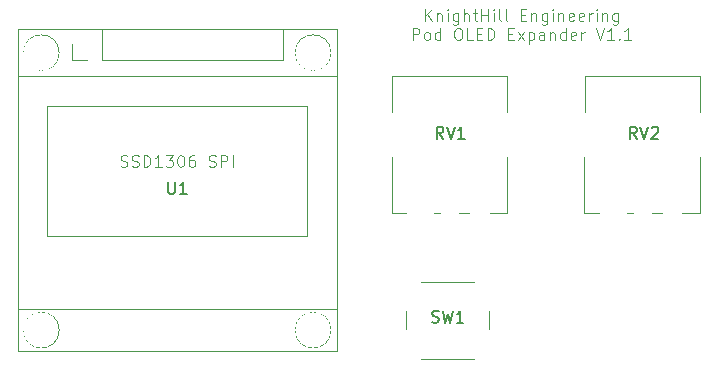
<source format=gto>
G04 #@! TF.GenerationSoftware,KiCad,Pcbnew,7.0.10*
G04 #@! TF.CreationDate,2024-01-29T09:48:01-06:00*
G04 #@! TF.ProjectId,oled_expander,6f6c6564-5f65-4787-9061-6e6465722e6b,1.1*
G04 #@! TF.SameCoordinates,Original*
G04 #@! TF.FileFunction,Legend,Top*
G04 #@! TF.FilePolarity,Positive*
%FSLAX46Y46*%
G04 Gerber Fmt 4.6, Leading zero omitted, Abs format (unit mm)*
G04 Created by KiCad (PCBNEW 7.0.10) date 2024-01-29 09:48:01*
%MOMM*%
%LPD*%
G01*
G04 APERTURE LIST*
%ADD10C,0.100000*%
%ADD11C,0.150000*%
%ADD12C,0.120000*%
%ADD13C,2.000000*%
%ADD14C,2.200000*%
%ADD15O,2.720000X3.580000*%
%ADD16O,2.696000X3.580000*%
%ADD17R,1.800000X1.800000*%
%ADD18C,1.800000*%
%ADD19C,3.000000*%
%ADD20R,1.700000X1.700000*%
%ADD21O,1.700000X1.700000*%
G04 APERTURE END LIST*
D10*
X63799158Y-65017693D02*
X63942015Y-65065312D01*
X63942015Y-65065312D02*
X64180110Y-65065312D01*
X64180110Y-65065312D02*
X64275348Y-65017693D01*
X64275348Y-65017693D02*
X64322967Y-64970073D01*
X64322967Y-64970073D02*
X64370586Y-64874835D01*
X64370586Y-64874835D02*
X64370586Y-64779597D01*
X64370586Y-64779597D02*
X64322967Y-64684359D01*
X64322967Y-64684359D02*
X64275348Y-64636740D01*
X64275348Y-64636740D02*
X64180110Y-64589121D01*
X64180110Y-64589121D02*
X63989634Y-64541502D01*
X63989634Y-64541502D02*
X63894396Y-64493883D01*
X63894396Y-64493883D02*
X63846777Y-64446264D01*
X63846777Y-64446264D02*
X63799158Y-64351026D01*
X63799158Y-64351026D02*
X63799158Y-64255788D01*
X63799158Y-64255788D02*
X63846777Y-64160550D01*
X63846777Y-64160550D02*
X63894396Y-64112931D01*
X63894396Y-64112931D02*
X63989634Y-64065312D01*
X63989634Y-64065312D02*
X64227729Y-64065312D01*
X64227729Y-64065312D02*
X64370586Y-64112931D01*
X64751539Y-65017693D02*
X64894396Y-65065312D01*
X64894396Y-65065312D02*
X65132491Y-65065312D01*
X65132491Y-65065312D02*
X65227729Y-65017693D01*
X65227729Y-65017693D02*
X65275348Y-64970073D01*
X65275348Y-64970073D02*
X65322967Y-64874835D01*
X65322967Y-64874835D02*
X65322967Y-64779597D01*
X65322967Y-64779597D02*
X65275348Y-64684359D01*
X65275348Y-64684359D02*
X65227729Y-64636740D01*
X65227729Y-64636740D02*
X65132491Y-64589121D01*
X65132491Y-64589121D02*
X64942015Y-64541502D01*
X64942015Y-64541502D02*
X64846777Y-64493883D01*
X64846777Y-64493883D02*
X64799158Y-64446264D01*
X64799158Y-64446264D02*
X64751539Y-64351026D01*
X64751539Y-64351026D02*
X64751539Y-64255788D01*
X64751539Y-64255788D02*
X64799158Y-64160550D01*
X64799158Y-64160550D02*
X64846777Y-64112931D01*
X64846777Y-64112931D02*
X64942015Y-64065312D01*
X64942015Y-64065312D02*
X65180110Y-64065312D01*
X65180110Y-64065312D02*
X65322967Y-64112931D01*
X65751539Y-65065312D02*
X65751539Y-64065312D01*
X65751539Y-64065312D02*
X65989634Y-64065312D01*
X65989634Y-64065312D02*
X66132491Y-64112931D01*
X66132491Y-64112931D02*
X66227729Y-64208169D01*
X66227729Y-64208169D02*
X66275348Y-64303407D01*
X66275348Y-64303407D02*
X66322967Y-64493883D01*
X66322967Y-64493883D02*
X66322967Y-64636740D01*
X66322967Y-64636740D02*
X66275348Y-64827216D01*
X66275348Y-64827216D02*
X66227729Y-64922454D01*
X66227729Y-64922454D02*
X66132491Y-65017693D01*
X66132491Y-65017693D02*
X65989634Y-65065312D01*
X65989634Y-65065312D02*
X65751539Y-65065312D01*
X67275348Y-65065312D02*
X66703920Y-65065312D01*
X66989634Y-65065312D02*
X66989634Y-64065312D01*
X66989634Y-64065312D02*
X66894396Y-64208169D01*
X66894396Y-64208169D02*
X66799158Y-64303407D01*
X66799158Y-64303407D02*
X66703920Y-64351026D01*
X67608682Y-64065312D02*
X68227729Y-64065312D01*
X68227729Y-64065312D02*
X67894396Y-64446264D01*
X67894396Y-64446264D02*
X68037253Y-64446264D01*
X68037253Y-64446264D02*
X68132491Y-64493883D01*
X68132491Y-64493883D02*
X68180110Y-64541502D01*
X68180110Y-64541502D02*
X68227729Y-64636740D01*
X68227729Y-64636740D02*
X68227729Y-64874835D01*
X68227729Y-64874835D02*
X68180110Y-64970073D01*
X68180110Y-64970073D02*
X68132491Y-65017693D01*
X68132491Y-65017693D02*
X68037253Y-65065312D01*
X68037253Y-65065312D02*
X67751539Y-65065312D01*
X67751539Y-65065312D02*
X67656301Y-65017693D01*
X67656301Y-65017693D02*
X67608682Y-64970073D01*
X68846777Y-64065312D02*
X68942015Y-64065312D01*
X68942015Y-64065312D02*
X69037253Y-64112931D01*
X69037253Y-64112931D02*
X69084872Y-64160550D01*
X69084872Y-64160550D02*
X69132491Y-64255788D01*
X69132491Y-64255788D02*
X69180110Y-64446264D01*
X69180110Y-64446264D02*
X69180110Y-64684359D01*
X69180110Y-64684359D02*
X69132491Y-64874835D01*
X69132491Y-64874835D02*
X69084872Y-64970073D01*
X69084872Y-64970073D02*
X69037253Y-65017693D01*
X69037253Y-65017693D02*
X68942015Y-65065312D01*
X68942015Y-65065312D02*
X68846777Y-65065312D01*
X68846777Y-65065312D02*
X68751539Y-65017693D01*
X68751539Y-65017693D02*
X68703920Y-64970073D01*
X68703920Y-64970073D02*
X68656301Y-64874835D01*
X68656301Y-64874835D02*
X68608682Y-64684359D01*
X68608682Y-64684359D02*
X68608682Y-64446264D01*
X68608682Y-64446264D02*
X68656301Y-64255788D01*
X68656301Y-64255788D02*
X68703920Y-64160550D01*
X68703920Y-64160550D02*
X68751539Y-64112931D01*
X68751539Y-64112931D02*
X68846777Y-64065312D01*
X70037253Y-64065312D02*
X69846777Y-64065312D01*
X69846777Y-64065312D02*
X69751539Y-64112931D01*
X69751539Y-64112931D02*
X69703920Y-64160550D01*
X69703920Y-64160550D02*
X69608682Y-64303407D01*
X69608682Y-64303407D02*
X69561063Y-64493883D01*
X69561063Y-64493883D02*
X69561063Y-64874835D01*
X69561063Y-64874835D02*
X69608682Y-64970073D01*
X69608682Y-64970073D02*
X69656301Y-65017693D01*
X69656301Y-65017693D02*
X69751539Y-65065312D01*
X69751539Y-65065312D02*
X69942015Y-65065312D01*
X69942015Y-65065312D02*
X70037253Y-65017693D01*
X70037253Y-65017693D02*
X70084872Y-64970073D01*
X70084872Y-64970073D02*
X70132491Y-64874835D01*
X70132491Y-64874835D02*
X70132491Y-64636740D01*
X70132491Y-64636740D02*
X70084872Y-64541502D01*
X70084872Y-64541502D02*
X70037253Y-64493883D01*
X70037253Y-64493883D02*
X69942015Y-64446264D01*
X69942015Y-64446264D02*
X69751539Y-64446264D01*
X69751539Y-64446264D02*
X69656301Y-64493883D01*
X69656301Y-64493883D02*
X69608682Y-64541502D01*
X69608682Y-64541502D02*
X69561063Y-64636740D01*
X71275349Y-65017693D02*
X71418206Y-65065312D01*
X71418206Y-65065312D02*
X71656301Y-65065312D01*
X71656301Y-65065312D02*
X71751539Y-65017693D01*
X71751539Y-65017693D02*
X71799158Y-64970073D01*
X71799158Y-64970073D02*
X71846777Y-64874835D01*
X71846777Y-64874835D02*
X71846777Y-64779597D01*
X71846777Y-64779597D02*
X71799158Y-64684359D01*
X71799158Y-64684359D02*
X71751539Y-64636740D01*
X71751539Y-64636740D02*
X71656301Y-64589121D01*
X71656301Y-64589121D02*
X71465825Y-64541502D01*
X71465825Y-64541502D02*
X71370587Y-64493883D01*
X71370587Y-64493883D02*
X71322968Y-64446264D01*
X71322968Y-64446264D02*
X71275349Y-64351026D01*
X71275349Y-64351026D02*
X71275349Y-64255788D01*
X71275349Y-64255788D02*
X71322968Y-64160550D01*
X71322968Y-64160550D02*
X71370587Y-64112931D01*
X71370587Y-64112931D02*
X71465825Y-64065312D01*
X71465825Y-64065312D02*
X71703920Y-64065312D01*
X71703920Y-64065312D02*
X71846777Y-64112931D01*
X72275349Y-65065312D02*
X72275349Y-64065312D01*
X72275349Y-64065312D02*
X72656301Y-64065312D01*
X72656301Y-64065312D02*
X72751539Y-64112931D01*
X72751539Y-64112931D02*
X72799158Y-64160550D01*
X72799158Y-64160550D02*
X72846777Y-64255788D01*
X72846777Y-64255788D02*
X72846777Y-64398645D01*
X72846777Y-64398645D02*
X72799158Y-64493883D01*
X72799158Y-64493883D02*
X72751539Y-64541502D01*
X72751539Y-64541502D02*
X72656301Y-64589121D01*
X72656301Y-64589121D02*
X72275349Y-64589121D01*
X73275349Y-65065312D02*
X73275349Y-64065312D01*
X89576226Y-52705312D02*
X89576226Y-51705312D01*
X90147654Y-52705312D02*
X89719083Y-52133883D01*
X90147654Y-51705312D02*
X89576226Y-52276740D01*
X90576226Y-52038645D02*
X90576226Y-52705312D01*
X90576226Y-52133883D02*
X90623845Y-52086264D01*
X90623845Y-52086264D02*
X90719083Y-52038645D01*
X90719083Y-52038645D02*
X90861940Y-52038645D01*
X90861940Y-52038645D02*
X90957178Y-52086264D01*
X90957178Y-52086264D02*
X91004797Y-52181502D01*
X91004797Y-52181502D02*
X91004797Y-52705312D01*
X91480988Y-52705312D02*
X91480988Y-52038645D01*
X91480988Y-51705312D02*
X91433369Y-51752931D01*
X91433369Y-51752931D02*
X91480988Y-51800550D01*
X91480988Y-51800550D02*
X91528607Y-51752931D01*
X91528607Y-51752931D02*
X91480988Y-51705312D01*
X91480988Y-51705312D02*
X91480988Y-51800550D01*
X92385749Y-52038645D02*
X92385749Y-52848169D01*
X92385749Y-52848169D02*
X92338130Y-52943407D01*
X92338130Y-52943407D02*
X92290511Y-52991026D01*
X92290511Y-52991026D02*
X92195273Y-53038645D01*
X92195273Y-53038645D02*
X92052416Y-53038645D01*
X92052416Y-53038645D02*
X91957178Y-52991026D01*
X92385749Y-52657693D02*
X92290511Y-52705312D01*
X92290511Y-52705312D02*
X92100035Y-52705312D01*
X92100035Y-52705312D02*
X92004797Y-52657693D01*
X92004797Y-52657693D02*
X91957178Y-52610073D01*
X91957178Y-52610073D02*
X91909559Y-52514835D01*
X91909559Y-52514835D02*
X91909559Y-52229121D01*
X91909559Y-52229121D02*
X91957178Y-52133883D01*
X91957178Y-52133883D02*
X92004797Y-52086264D01*
X92004797Y-52086264D02*
X92100035Y-52038645D01*
X92100035Y-52038645D02*
X92290511Y-52038645D01*
X92290511Y-52038645D02*
X92385749Y-52086264D01*
X92861940Y-52705312D02*
X92861940Y-51705312D01*
X93290511Y-52705312D02*
X93290511Y-52181502D01*
X93290511Y-52181502D02*
X93242892Y-52086264D01*
X93242892Y-52086264D02*
X93147654Y-52038645D01*
X93147654Y-52038645D02*
X93004797Y-52038645D01*
X93004797Y-52038645D02*
X92909559Y-52086264D01*
X92909559Y-52086264D02*
X92861940Y-52133883D01*
X93623845Y-52038645D02*
X94004797Y-52038645D01*
X93766702Y-51705312D02*
X93766702Y-52562454D01*
X93766702Y-52562454D02*
X93814321Y-52657693D01*
X93814321Y-52657693D02*
X93909559Y-52705312D01*
X93909559Y-52705312D02*
X94004797Y-52705312D01*
X94338131Y-52705312D02*
X94338131Y-51705312D01*
X94338131Y-52181502D02*
X94909559Y-52181502D01*
X94909559Y-52705312D02*
X94909559Y-51705312D01*
X95385750Y-52705312D02*
X95385750Y-52038645D01*
X95385750Y-51705312D02*
X95338131Y-51752931D01*
X95338131Y-51752931D02*
X95385750Y-51800550D01*
X95385750Y-51800550D02*
X95433369Y-51752931D01*
X95433369Y-51752931D02*
X95385750Y-51705312D01*
X95385750Y-51705312D02*
X95385750Y-51800550D01*
X96004797Y-52705312D02*
X95909559Y-52657693D01*
X95909559Y-52657693D02*
X95861940Y-52562454D01*
X95861940Y-52562454D02*
X95861940Y-51705312D01*
X96528607Y-52705312D02*
X96433369Y-52657693D01*
X96433369Y-52657693D02*
X96385750Y-52562454D01*
X96385750Y-52562454D02*
X96385750Y-51705312D01*
X97671465Y-52181502D02*
X98004798Y-52181502D01*
X98147655Y-52705312D02*
X97671465Y-52705312D01*
X97671465Y-52705312D02*
X97671465Y-51705312D01*
X97671465Y-51705312D02*
X98147655Y-51705312D01*
X98576227Y-52038645D02*
X98576227Y-52705312D01*
X98576227Y-52133883D02*
X98623846Y-52086264D01*
X98623846Y-52086264D02*
X98719084Y-52038645D01*
X98719084Y-52038645D02*
X98861941Y-52038645D01*
X98861941Y-52038645D02*
X98957179Y-52086264D01*
X98957179Y-52086264D02*
X99004798Y-52181502D01*
X99004798Y-52181502D02*
X99004798Y-52705312D01*
X99909560Y-52038645D02*
X99909560Y-52848169D01*
X99909560Y-52848169D02*
X99861941Y-52943407D01*
X99861941Y-52943407D02*
X99814322Y-52991026D01*
X99814322Y-52991026D02*
X99719084Y-53038645D01*
X99719084Y-53038645D02*
X99576227Y-53038645D01*
X99576227Y-53038645D02*
X99480989Y-52991026D01*
X99909560Y-52657693D02*
X99814322Y-52705312D01*
X99814322Y-52705312D02*
X99623846Y-52705312D01*
X99623846Y-52705312D02*
X99528608Y-52657693D01*
X99528608Y-52657693D02*
X99480989Y-52610073D01*
X99480989Y-52610073D02*
X99433370Y-52514835D01*
X99433370Y-52514835D02*
X99433370Y-52229121D01*
X99433370Y-52229121D02*
X99480989Y-52133883D01*
X99480989Y-52133883D02*
X99528608Y-52086264D01*
X99528608Y-52086264D02*
X99623846Y-52038645D01*
X99623846Y-52038645D02*
X99814322Y-52038645D01*
X99814322Y-52038645D02*
X99909560Y-52086264D01*
X100385751Y-52705312D02*
X100385751Y-52038645D01*
X100385751Y-51705312D02*
X100338132Y-51752931D01*
X100338132Y-51752931D02*
X100385751Y-51800550D01*
X100385751Y-51800550D02*
X100433370Y-51752931D01*
X100433370Y-51752931D02*
X100385751Y-51705312D01*
X100385751Y-51705312D02*
X100385751Y-51800550D01*
X100861941Y-52038645D02*
X100861941Y-52705312D01*
X100861941Y-52133883D02*
X100909560Y-52086264D01*
X100909560Y-52086264D02*
X101004798Y-52038645D01*
X101004798Y-52038645D02*
X101147655Y-52038645D01*
X101147655Y-52038645D02*
X101242893Y-52086264D01*
X101242893Y-52086264D02*
X101290512Y-52181502D01*
X101290512Y-52181502D02*
X101290512Y-52705312D01*
X102147655Y-52657693D02*
X102052417Y-52705312D01*
X102052417Y-52705312D02*
X101861941Y-52705312D01*
X101861941Y-52705312D02*
X101766703Y-52657693D01*
X101766703Y-52657693D02*
X101719084Y-52562454D01*
X101719084Y-52562454D02*
X101719084Y-52181502D01*
X101719084Y-52181502D02*
X101766703Y-52086264D01*
X101766703Y-52086264D02*
X101861941Y-52038645D01*
X101861941Y-52038645D02*
X102052417Y-52038645D01*
X102052417Y-52038645D02*
X102147655Y-52086264D01*
X102147655Y-52086264D02*
X102195274Y-52181502D01*
X102195274Y-52181502D02*
X102195274Y-52276740D01*
X102195274Y-52276740D02*
X101719084Y-52371978D01*
X103004798Y-52657693D02*
X102909560Y-52705312D01*
X102909560Y-52705312D02*
X102719084Y-52705312D01*
X102719084Y-52705312D02*
X102623846Y-52657693D01*
X102623846Y-52657693D02*
X102576227Y-52562454D01*
X102576227Y-52562454D02*
X102576227Y-52181502D01*
X102576227Y-52181502D02*
X102623846Y-52086264D01*
X102623846Y-52086264D02*
X102719084Y-52038645D01*
X102719084Y-52038645D02*
X102909560Y-52038645D01*
X102909560Y-52038645D02*
X103004798Y-52086264D01*
X103004798Y-52086264D02*
X103052417Y-52181502D01*
X103052417Y-52181502D02*
X103052417Y-52276740D01*
X103052417Y-52276740D02*
X102576227Y-52371978D01*
X103480989Y-52705312D02*
X103480989Y-52038645D01*
X103480989Y-52229121D02*
X103528608Y-52133883D01*
X103528608Y-52133883D02*
X103576227Y-52086264D01*
X103576227Y-52086264D02*
X103671465Y-52038645D01*
X103671465Y-52038645D02*
X103766703Y-52038645D01*
X104100037Y-52705312D02*
X104100037Y-52038645D01*
X104100037Y-51705312D02*
X104052418Y-51752931D01*
X104052418Y-51752931D02*
X104100037Y-51800550D01*
X104100037Y-51800550D02*
X104147656Y-51752931D01*
X104147656Y-51752931D02*
X104100037Y-51705312D01*
X104100037Y-51705312D02*
X104100037Y-51800550D01*
X104576227Y-52038645D02*
X104576227Y-52705312D01*
X104576227Y-52133883D02*
X104623846Y-52086264D01*
X104623846Y-52086264D02*
X104719084Y-52038645D01*
X104719084Y-52038645D02*
X104861941Y-52038645D01*
X104861941Y-52038645D02*
X104957179Y-52086264D01*
X104957179Y-52086264D02*
X105004798Y-52181502D01*
X105004798Y-52181502D02*
X105004798Y-52705312D01*
X105909560Y-52038645D02*
X105909560Y-52848169D01*
X105909560Y-52848169D02*
X105861941Y-52943407D01*
X105861941Y-52943407D02*
X105814322Y-52991026D01*
X105814322Y-52991026D02*
X105719084Y-53038645D01*
X105719084Y-53038645D02*
X105576227Y-53038645D01*
X105576227Y-53038645D02*
X105480989Y-52991026D01*
X105909560Y-52657693D02*
X105814322Y-52705312D01*
X105814322Y-52705312D02*
X105623846Y-52705312D01*
X105623846Y-52705312D02*
X105528608Y-52657693D01*
X105528608Y-52657693D02*
X105480989Y-52610073D01*
X105480989Y-52610073D02*
X105433370Y-52514835D01*
X105433370Y-52514835D02*
X105433370Y-52229121D01*
X105433370Y-52229121D02*
X105480989Y-52133883D01*
X105480989Y-52133883D02*
X105528608Y-52086264D01*
X105528608Y-52086264D02*
X105623846Y-52038645D01*
X105623846Y-52038645D02*
X105814322Y-52038645D01*
X105814322Y-52038645D02*
X105909560Y-52086264D01*
X88528606Y-54315312D02*
X88528606Y-53315312D01*
X88528606Y-53315312D02*
X88909558Y-53315312D01*
X88909558Y-53315312D02*
X89004796Y-53362931D01*
X89004796Y-53362931D02*
X89052415Y-53410550D01*
X89052415Y-53410550D02*
X89100034Y-53505788D01*
X89100034Y-53505788D02*
X89100034Y-53648645D01*
X89100034Y-53648645D02*
X89052415Y-53743883D01*
X89052415Y-53743883D02*
X89004796Y-53791502D01*
X89004796Y-53791502D02*
X88909558Y-53839121D01*
X88909558Y-53839121D02*
X88528606Y-53839121D01*
X89671463Y-54315312D02*
X89576225Y-54267693D01*
X89576225Y-54267693D02*
X89528606Y-54220073D01*
X89528606Y-54220073D02*
X89480987Y-54124835D01*
X89480987Y-54124835D02*
X89480987Y-53839121D01*
X89480987Y-53839121D02*
X89528606Y-53743883D01*
X89528606Y-53743883D02*
X89576225Y-53696264D01*
X89576225Y-53696264D02*
X89671463Y-53648645D01*
X89671463Y-53648645D02*
X89814320Y-53648645D01*
X89814320Y-53648645D02*
X89909558Y-53696264D01*
X89909558Y-53696264D02*
X89957177Y-53743883D01*
X89957177Y-53743883D02*
X90004796Y-53839121D01*
X90004796Y-53839121D02*
X90004796Y-54124835D01*
X90004796Y-54124835D02*
X89957177Y-54220073D01*
X89957177Y-54220073D02*
X89909558Y-54267693D01*
X89909558Y-54267693D02*
X89814320Y-54315312D01*
X89814320Y-54315312D02*
X89671463Y-54315312D01*
X90861939Y-54315312D02*
X90861939Y-53315312D01*
X90861939Y-54267693D02*
X90766701Y-54315312D01*
X90766701Y-54315312D02*
X90576225Y-54315312D01*
X90576225Y-54315312D02*
X90480987Y-54267693D01*
X90480987Y-54267693D02*
X90433368Y-54220073D01*
X90433368Y-54220073D02*
X90385749Y-54124835D01*
X90385749Y-54124835D02*
X90385749Y-53839121D01*
X90385749Y-53839121D02*
X90433368Y-53743883D01*
X90433368Y-53743883D02*
X90480987Y-53696264D01*
X90480987Y-53696264D02*
X90576225Y-53648645D01*
X90576225Y-53648645D02*
X90766701Y-53648645D01*
X90766701Y-53648645D02*
X90861939Y-53696264D01*
X92290511Y-53315312D02*
X92480987Y-53315312D01*
X92480987Y-53315312D02*
X92576225Y-53362931D01*
X92576225Y-53362931D02*
X92671463Y-53458169D01*
X92671463Y-53458169D02*
X92719082Y-53648645D01*
X92719082Y-53648645D02*
X92719082Y-53981978D01*
X92719082Y-53981978D02*
X92671463Y-54172454D01*
X92671463Y-54172454D02*
X92576225Y-54267693D01*
X92576225Y-54267693D02*
X92480987Y-54315312D01*
X92480987Y-54315312D02*
X92290511Y-54315312D01*
X92290511Y-54315312D02*
X92195273Y-54267693D01*
X92195273Y-54267693D02*
X92100035Y-54172454D01*
X92100035Y-54172454D02*
X92052416Y-53981978D01*
X92052416Y-53981978D02*
X92052416Y-53648645D01*
X92052416Y-53648645D02*
X92100035Y-53458169D01*
X92100035Y-53458169D02*
X92195273Y-53362931D01*
X92195273Y-53362931D02*
X92290511Y-53315312D01*
X93623844Y-54315312D02*
X93147654Y-54315312D01*
X93147654Y-54315312D02*
X93147654Y-53315312D01*
X93957178Y-53791502D02*
X94290511Y-53791502D01*
X94433368Y-54315312D02*
X93957178Y-54315312D01*
X93957178Y-54315312D02*
X93957178Y-53315312D01*
X93957178Y-53315312D02*
X94433368Y-53315312D01*
X94861940Y-54315312D02*
X94861940Y-53315312D01*
X94861940Y-53315312D02*
X95100035Y-53315312D01*
X95100035Y-53315312D02*
X95242892Y-53362931D01*
X95242892Y-53362931D02*
X95338130Y-53458169D01*
X95338130Y-53458169D02*
X95385749Y-53553407D01*
X95385749Y-53553407D02*
X95433368Y-53743883D01*
X95433368Y-53743883D02*
X95433368Y-53886740D01*
X95433368Y-53886740D02*
X95385749Y-54077216D01*
X95385749Y-54077216D02*
X95338130Y-54172454D01*
X95338130Y-54172454D02*
X95242892Y-54267693D01*
X95242892Y-54267693D02*
X95100035Y-54315312D01*
X95100035Y-54315312D02*
X94861940Y-54315312D01*
X96623845Y-53791502D02*
X96957178Y-53791502D01*
X97100035Y-54315312D02*
X96623845Y-54315312D01*
X96623845Y-54315312D02*
X96623845Y-53315312D01*
X96623845Y-53315312D02*
X97100035Y-53315312D01*
X97433369Y-54315312D02*
X97957178Y-53648645D01*
X97433369Y-53648645D02*
X97957178Y-54315312D01*
X98338131Y-53648645D02*
X98338131Y-54648645D01*
X98338131Y-53696264D02*
X98433369Y-53648645D01*
X98433369Y-53648645D02*
X98623845Y-53648645D01*
X98623845Y-53648645D02*
X98719083Y-53696264D01*
X98719083Y-53696264D02*
X98766702Y-53743883D01*
X98766702Y-53743883D02*
X98814321Y-53839121D01*
X98814321Y-53839121D02*
X98814321Y-54124835D01*
X98814321Y-54124835D02*
X98766702Y-54220073D01*
X98766702Y-54220073D02*
X98719083Y-54267693D01*
X98719083Y-54267693D02*
X98623845Y-54315312D01*
X98623845Y-54315312D02*
X98433369Y-54315312D01*
X98433369Y-54315312D02*
X98338131Y-54267693D01*
X99671464Y-54315312D02*
X99671464Y-53791502D01*
X99671464Y-53791502D02*
X99623845Y-53696264D01*
X99623845Y-53696264D02*
X99528607Y-53648645D01*
X99528607Y-53648645D02*
X99338131Y-53648645D01*
X99338131Y-53648645D02*
X99242893Y-53696264D01*
X99671464Y-54267693D02*
X99576226Y-54315312D01*
X99576226Y-54315312D02*
X99338131Y-54315312D01*
X99338131Y-54315312D02*
X99242893Y-54267693D01*
X99242893Y-54267693D02*
X99195274Y-54172454D01*
X99195274Y-54172454D02*
X99195274Y-54077216D01*
X99195274Y-54077216D02*
X99242893Y-53981978D01*
X99242893Y-53981978D02*
X99338131Y-53934359D01*
X99338131Y-53934359D02*
X99576226Y-53934359D01*
X99576226Y-53934359D02*
X99671464Y-53886740D01*
X100147655Y-53648645D02*
X100147655Y-54315312D01*
X100147655Y-53743883D02*
X100195274Y-53696264D01*
X100195274Y-53696264D02*
X100290512Y-53648645D01*
X100290512Y-53648645D02*
X100433369Y-53648645D01*
X100433369Y-53648645D02*
X100528607Y-53696264D01*
X100528607Y-53696264D02*
X100576226Y-53791502D01*
X100576226Y-53791502D02*
X100576226Y-54315312D01*
X101480988Y-54315312D02*
X101480988Y-53315312D01*
X101480988Y-54267693D02*
X101385750Y-54315312D01*
X101385750Y-54315312D02*
X101195274Y-54315312D01*
X101195274Y-54315312D02*
X101100036Y-54267693D01*
X101100036Y-54267693D02*
X101052417Y-54220073D01*
X101052417Y-54220073D02*
X101004798Y-54124835D01*
X101004798Y-54124835D02*
X101004798Y-53839121D01*
X101004798Y-53839121D02*
X101052417Y-53743883D01*
X101052417Y-53743883D02*
X101100036Y-53696264D01*
X101100036Y-53696264D02*
X101195274Y-53648645D01*
X101195274Y-53648645D02*
X101385750Y-53648645D01*
X101385750Y-53648645D02*
X101480988Y-53696264D01*
X102338131Y-54267693D02*
X102242893Y-54315312D01*
X102242893Y-54315312D02*
X102052417Y-54315312D01*
X102052417Y-54315312D02*
X101957179Y-54267693D01*
X101957179Y-54267693D02*
X101909560Y-54172454D01*
X101909560Y-54172454D02*
X101909560Y-53791502D01*
X101909560Y-53791502D02*
X101957179Y-53696264D01*
X101957179Y-53696264D02*
X102052417Y-53648645D01*
X102052417Y-53648645D02*
X102242893Y-53648645D01*
X102242893Y-53648645D02*
X102338131Y-53696264D01*
X102338131Y-53696264D02*
X102385750Y-53791502D01*
X102385750Y-53791502D02*
X102385750Y-53886740D01*
X102385750Y-53886740D02*
X101909560Y-53981978D01*
X102814322Y-54315312D02*
X102814322Y-53648645D01*
X102814322Y-53839121D02*
X102861941Y-53743883D01*
X102861941Y-53743883D02*
X102909560Y-53696264D01*
X102909560Y-53696264D02*
X103004798Y-53648645D01*
X103004798Y-53648645D02*
X103100036Y-53648645D01*
X104052418Y-53315312D02*
X104385751Y-54315312D01*
X104385751Y-54315312D02*
X104719084Y-53315312D01*
X105576227Y-54315312D02*
X105004799Y-54315312D01*
X105290513Y-54315312D02*
X105290513Y-53315312D01*
X105290513Y-53315312D02*
X105195275Y-53458169D01*
X105195275Y-53458169D02*
X105100037Y-53553407D01*
X105100037Y-53553407D02*
X105004799Y-53601026D01*
X106004799Y-54220073D02*
X106052418Y-54267693D01*
X106052418Y-54267693D02*
X106004799Y-54315312D01*
X106004799Y-54315312D02*
X105957180Y-54267693D01*
X105957180Y-54267693D02*
X106004799Y-54220073D01*
X106004799Y-54220073D02*
X106004799Y-54315312D01*
X107004798Y-54315312D02*
X106433370Y-54315312D01*
X106719084Y-54315312D02*
X106719084Y-53315312D01*
X106719084Y-53315312D02*
X106623846Y-53458169D01*
X106623846Y-53458169D02*
X106528608Y-53553407D01*
X106528608Y-53553407D02*
X106433370Y-53601026D01*
D11*
X90159560Y-78200093D02*
X90302417Y-78247712D01*
X90302417Y-78247712D02*
X90540512Y-78247712D01*
X90540512Y-78247712D02*
X90635750Y-78200093D01*
X90635750Y-78200093D02*
X90683369Y-78152473D01*
X90683369Y-78152473D02*
X90730988Y-78057235D01*
X90730988Y-78057235D02*
X90730988Y-77961997D01*
X90730988Y-77961997D02*
X90683369Y-77866759D01*
X90683369Y-77866759D02*
X90635750Y-77819140D01*
X90635750Y-77819140D02*
X90540512Y-77771521D01*
X90540512Y-77771521D02*
X90350036Y-77723902D01*
X90350036Y-77723902D02*
X90254798Y-77676283D01*
X90254798Y-77676283D02*
X90207179Y-77628664D01*
X90207179Y-77628664D02*
X90159560Y-77533426D01*
X90159560Y-77533426D02*
X90159560Y-77438188D01*
X90159560Y-77438188D02*
X90207179Y-77342950D01*
X90207179Y-77342950D02*
X90254798Y-77295331D01*
X90254798Y-77295331D02*
X90350036Y-77247712D01*
X90350036Y-77247712D02*
X90588131Y-77247712D01*
X90588131Y-77247712D02*
X90730988Y-77295331D01*
X91064322Y-77247712D02*
X91302417Y-78247712D01*
X91302417Y-78247712D02*
X91492893Y-77533426D01*
X91492893Y-77533426D02*
X91683369Y-78247712D01*
X91683369Y-78247712D02*
X91921465Y-77247712D01*
X92826226Y-78247712D02*
X92254798Y-78247712D01*
X92540512Y-78247712D02*
X92540512Y-77247712D01*
X92540512Y-77247712D02*
X92445274Y-77390569D01*
X92445274Y-77390569D02*
X92350036Y-77485807D01*
X92350036Y-77485807D02*
X92254798Y-77533426D01*
X107517654Y-62667712D02*
X107184321Y-62191521D01*
X106946226Y-62667712D02*
X106946226Y-61667712D01*
X106946226Y-61667712D02*
X107327178Y-61667712D01*
X107327178Y-61667712D02*
X107422416Y-61715331D01*
X107422416Y-61715331D02*
X107470035Y-61762950D01*
X107470035Y-61762950D02*
X107517654Y-61858188D01*
X107517654Y-61858188D02*
X107517654Y-62001045D01*
X107517654Y-62001045D02*
X107470035Y-62096283D01*
X107470035Y-62096283D02*
X107422416Y-62143902D01*
X107422416Y-62143902D02*
X107327178Y-62191521D01*
X107327178Y-62191521D02*
X106946226Y-62191521D01*
X107803369Y-61667712D02*
X108136702Y-62667712D01*
X108136702Y-62667712D02*
X108470035Y-61667712D01*
X108755750Y-61762950D02*
X108803369Y-61715331D01*
X108803369Y-61715331D02*
X108898607Y-61667712D01*
X108898607Y-61667712D02*
X109136702Y-61667712D01*
X109136702Y-61667712D02*
X109231940Y-61715331D01*
X109231940Y-61715331D02*
X109279559Y-61762950D01*
X109279559Y-61762950D02*
X109327178Y-61858188D01*
X109327178Y-61858188D02*
X109327178Y-61953426D01*
X109327178Y-61953426D02*
X109279559Y-62096283D01*
X109279559Y-62096283D02*
X108708131Y-62667712D01*
X108708131Y-62667712D02*
X109327178Y-62667712D01*
X91117654Y-62667712D02*
X90784321Y-62191521D01*
X90546226Y-62667712D02*
X90546226Y-61667712D01*
X90546226Y-61667712D02*
X90927178Y-61667712D01*
X90927178Y-61667712D02*
X91022416Y-61715331D01*
X91022416Y-61715331D02*
X91070035Y-61762950D01*
X91070035Y-61762950D02*
X91117654Y-61858188D01*
X91117654Y-61858188D02*
X91117654Y-62001045D01*
X91117654Y-62001045D02*
X91070035Y-62096283D01*
X91070035Y-62096283D02*
X91022416Y-62143902D01*
X91022416Y-62143902D02*
X90927178Y-62191521D01*
X90927178Y-62191521D02*
X90546226Y-62191521D01*
X91403369Y-61667712D02*
X91736702Y-62667712D01*
X91736702Y-62667712D02*
X92070035Y-61667712D01*
X92927178Y-62667712D02*
X92355750Y-62667712D01*
X92641464Y-62667712D02*
X92641464Y-61667712D01*
X92641464Y-61667712D02*
X92546226Y-61810569D01*
X92546226Y-61810569D02*
X92450988Y-61905807D01*
X92450988Y-61905807D02*
X92355750Y-61953426D01*
X67830988Y-66347712D02*
X67830988Y-67157235D01*
X67830988Y-67157235D02*
X67878607Y-67252473D01*
X67878607Y-67252473D02*
X67926226Y-67300093D01*
X67926226Y-67300093D02*
X68021464Y-67347712D01*
X68021464Y-67347712D02*
X68211940Y-67347712D01*
X68211940Y-67347712D02*
X68307178Y-67300093D01*
X68307178Y-67300093D02*
X68354797Y-67252473D01*
X68354797Y-67252473D02*
X68402416Y-67157235D01*
X68402416Y-67157235D02*
X68402416Y-66347712D01*
X69402416Y-67347712D02*
X68830988Y-67347712D01*
X69116702Y-67347712D02*
X69116702Y-66347712D01*
X69116702Y-66347712D02*
X69021464Y-66490569D01*
X69021464Y-66490569D02*
X68926226Y-66585807D01*
X68926226Y-66585807D02*
X68830988Y-66633426D01*
D12*
X94992893Y-78792893D02*
X94992893Y-77292893D01*
X93742893Y-74792893D02*
X89242893Y-74792893D01*
X89242893Y-81292893D02*
X93742893Y-81292893D01*
X87992893Y-77292893D02*
X87992893Y-78792893D01*
X103072893Y-68942893D02*
X103072893Y-64222893D01*
X104262893Y-68942893D02*
X103082893Y-68942893D01*
X107162893Y-68942893D02*
X106632893Y-68942893D01*
X109612893Y-68942893D02*
X108782893Y-68942893D01*
X112822893Y-68942893D02*
X111332893Y-68942893D01*
X112822893Y-68942893D02*
X112822893Y-64222893D01*
X103082893Y-60412893D02*
X103082893Y-57352893D01*
X112822893Y-60412893D02*
X112822893Y-57352893D01*
X112822893Y-57352893D02*
X103082893Y-57352893D01*
X86780000Y-68942893D02*
X86780000Y-64222893D01*
X87970000Y-68942893D02*
X86790000Y-68942893D01*
X90870000Y-68942893D02*
X90340000Y-68942893D01*
X93320000Y-68942893D02*
X92490000Y-68942893D01*
X96530000Y-68942893D02*
X95040000Y-68942893D01*
X96530000Y-68942893D02*
X96530000Y-64222893D01*
X86790000Y-60412893D02*
X86790000Y-57352893D01*
X96530000Y-60412893D02*
X96530000Y-57352893D01*
X96530000Y-57352893D02*
X86790000Y-57352893D01*
X55092893Y-57392893D02*
X82092893Y-57392893D01*
X55092893Y-77092893D02*
X82092893Y-77092893D01*
X59642893Y-55992893D02*
X59642893Y-54662893D01*
X60972893Y-55992893D02*
X59642893Y-55992893D01*
X62242893Y-53392893D02*
X77542893Y-53392893D01*
X62242893Y-55992893D02*
X62242893Y-53392893D01*
X62242893Y-55992893D02*
X77542893Y-55992893D01*
X77542893Y-55992893D02*
X77542893Y-53392893D01*
X55092893Y-53392893D02*
X82092893Y-53392893D01*
X82092893Y-53392893D02*
X82092893Y-80642893D01*
X82092893Y-80642893D02*
X55092893Y-80642893D01*
X55092893Y-80642893D02*
X55092893Y-53392893D01*
X57592893Y-59892893D02*
X79592893Y-59892893D01*
X79592893Y-59892893D02*
X79592893Y-70892893D01*
X79592893Y-70892893D02*
X57592893Y-70892893D01*
X57592893Y-70892893D02*
X57592893Y-59892893D01*
X58592893Y-55392893D02*
G75*
G03*
X55592893Y-55392893I-1500000J0D01*
G01*
X55592893Y-55392893D02*
G75*
G03*
X58592893Y-55392893I1500000J0D01*
G01*
X58092893Y-55392893D02*
G75*
G03*
X56092893Y-55392893I-1000000J0D01*
G01*
X56092893Y-55392893D02*
G75*
G03*
X58092893Y-55392893I1000000J0D01*
G01*
X58092893Y-78892893D02*
G75*
G03*
X56092893Y-78892893I-1000000J0D01*
G01*
X56092893Y-78892893D02*
G75*
G03*
X58092893Y-78892893I1000000J0D01*
G01*
X58592893Y-78892893D02*
G75*
G03*
X55592893Y-78892893I-1500000J0D01*
G01*
X55592893Y-78892893D02*
G75*
G03*
X58592893Y-78892893I1500000J0D01*
G01*
X81092893Y-55392893D02*
G75*
G03*
X79092893Y-55392893I-1000000J0D01*
G01*
X79092893Y-55392893D02*
G75*
G03*
X81092893Y-55392893I1000000J0D01*
G01*
X81592893Y-55392893D02*
G75*
G03*
X78592893Y-55392893I-1500000J0D01*
G01*
X78592893Y-55392893D02*
G75*
G03*
X81592893Y-55392893I1500000J0D01*
G01*
X81092893Y-78892893D02*
G75*
G03*
X79092893Y-78892893I-1000000J0D01*
G01*
X79092893Y-78892893D02*
G75*
G03*
X81092893Y-78892893I1000000J0D01*
G01*
X81592893Y-78892893D02*
G75*
G03*
X78592893Y-78892893I-1500000J0D01*
G01*
X78592893Y-78892893D02*
G75*
G03*
X81592893Y-78892893I1500000J0D01*
G01*
%LPC*%
D13*
X94742893Y-80292893D03*
X88242893Y-80292893D03*
X94742893Y-75792893D03*
X88242893Y-75792893D03*
D14*
X112250000Y-50250000D03*
D15*
X103152893Y-62322893D03*
D16*
X112740893Y-62310893D03*
D17*
X105452893Y-69822893D03*
D18*
X107952893Y-69822893D03*
X110452893Y-69822893D03*
D15*
X86860000Y-62322893D03*
D16*
X96448000Y-62310893D03*
D17*
X89160000Y-69822893D03*
D18*
X91660000Y-69822893D03*
X94160000Y-69822893D03*
D14*
X57250000Y-50250000D03*
D19*
X57092893Y-55392893D03*
X57092893Y-78892893D03*
X80092893Y-55392893D03*
X80092893Y-78892893D03*
D20*
X60972893Y-54662893D03*
D21*
X63512893Y-54662893D03*
X66052893Y-54662893D03*
X68592893Y-54662893D03*
X71132893Y-54662893D03*
X73672893Y-54662893D03*
X76212893Y-54662893D03*
D20*
X98592893Y-85892893D03*
D21*
X96052893Y-85892893D03*
X93512893Y-85892893D03*
X90972893Y-85892893D03*
X88432893Y-85892893D03*
X85892893Y-85892893D03*
X83352893Y-85892893D03*
X80812893Y-85892893D03*
X78272893Y-85892893D03*
X75732893Y-85892893D03*
X73192893Y-85892893D03*
X70652893Y-85892893D03*
%LPD*%
M02*

</source>
